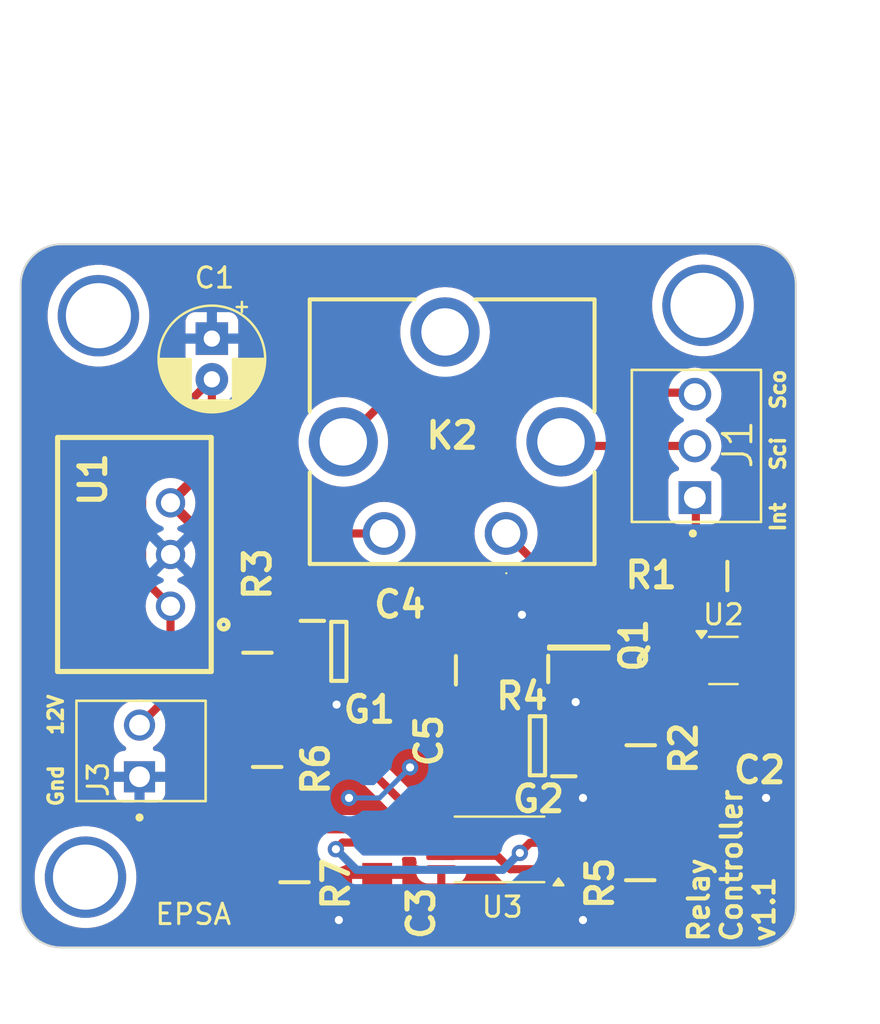
<source format=kicad_pcb>
(kicad_pcb (version 20240108) (generator "pcbnew") (generator_version "8.0")
  (layers (0 "F.Cu" signal) (31 "B.Cu" signal) (34 "B.Paste" user) (35 "F.Paste" user) (36 "B.SilkS" user "B.Silkscreen") (37 "F.SilkS" user "F.Silkscreen") (38 "B.Mask" user) (39 "F.Mask" user) (44 "Edge.Cuts" user))
  (net 0 "")
  (net 1 "GND")
  (net 2 "+12V")
  (net 3 "+5V")
  (net 4 "/SCS_Compliance")
  (net 5 "Net-(G1-Pad4)")
  (net 6 "Net-(G1-Pad1)")
  (net 7 "/SC in")
  (net 8 "/SC out")
  (net 10 "Net-(K2-Pad1)")
  (net 11 "/Relay_Closed")
  (net 12 "/Raw_Relay_Closed")
  (net 13 "/0.75V")
  (net 14 "/4.25V")
  (net 15 "Net-(Q1-Pad1)")
  (footprint "EPSA_lib:RESC3216X70N" (layer "F.Cu") (at 184.598 67.099)
    (property "Reference" "R1" (at -3.75 -0.043 0) (layer "F.SilkS") (effects (font (size 1.27 1.27) (thickness 0.254))))
    (property "Value" "500k" (hide yes))
    (fp_line (start 0 -0.7) (end 0 0.7) (stroke (width 0.2)) (layer "F.SilkS"))
    (pad "1" smd rect (at -1.55 0) (size 1.05 1.8) (layers "F.Cu" "F.Paste" "F.Mask") (net 12 "/Raw_Relay_Closed"))
    (pad "2" smd rect (at 1.55 0) (size 1.05 1.8) (layers "F.Cu" "F.Paste" "F.Mask") (net 1 "GND"))
  )
  (footprint "EPSA_lib:CP112V" (layer "F.Cu") (at 173.7195 65.0065 180)
    (property "Reference" "K2" (at 2.65 4.808 180) (layer "F.SilkS") (effects (font (size 1.27 1.27) (thickness 0.254))))
    (property "Value" "Relais PCB" (hide yes))
    (fp_line (start 9.65 11.5) (end 9.65 6) (stroke (width 0.2)) (layer "F.SilkS"))
    (fp_line (start 9.65 -1.5) (end 9.65 3) (stroke (width 0.2)) (layer "F.SilkS"))
    (fp_line (start 9.5 11.5) (end 9.65 11.5) (stroke (width 0.2)) (layer "F.SilkS"))
    (fp_line (start 4.5 11.5) (end 9.5 11.5) (stroke (width 0.2)) (layer "F.SilkS"))
    (fp_line (start 0.014 -1.956) (end 0.014 -1.956) (stroke (width 0.053)) (layer "F.SilkS"))
    (fp_line (start -0.039 -1.956) (end -0.039 -1.956) (stroke (width 0.053)) (layer "F.SilkS"))
    (fp_line (start -4.35 11.5) (end 1.5 11.5) (stroke (width 0.2)) (layer "F.SilkS"))
    (fp_line (start -4.35 6) (end -4.35 11.5) (stroke (width 0.2)) (layer "F.SilkS"))
    (fp_line (start -4.35 3) (end -4.35 -1.5) (stroke (width 0.2)) (layer "F.SilkS"))
    (fp_line (start -4.35 -1.5) (end 9.65 -1.5) (stroke (width 0.2)) (layer "F.SilkS"))
    (fp_arc (start 0.014 -1.955) (mid -0.013 -1.929) (end -0.039 -1.956) (stroke (width 0.053)) (layer "F.SilkS"))
    (fp_arc (start -0.039 -1.955) (mid -0.013 -1.982) (end 0.014 -1.956) (stroke (width 0.053)) (layer "F.SilkS"))
    (pad "1" thru_hole circle (at 0 0 180) (size 2.1 2.1) (drill 1.4) (layers "*.Cu" "*.Mask") (net 10 "Net-(K2-Pad1)"))
    (pad "2" thru_hole circle (at -2.7 4.5 180) (size 3.4 3.4) (drill 2.33) (layers "*.Cu" "*.Mask") (net 7 "/SC in"))
    (pad "3" thru_hole circle (at 3 9.9 180) (size 3.4 3.4) (drill 2.33) (layers "*.Cu" "*.Mask"))
    (pad "4" thru_hole circle (at 8 4.5 180) (size 3.4 3.4) (drill 2.33) (layers "*.Cu" "*.Mask") (net 8 "/SC out"))
    (pad "5" thru_hole circle (at 6 0 180) (size 2.1 2.1) (drill 1.4) (layers "*.Cu" "*.Mask") (net 2 "+12V"))
  )
  (footprint "EPSA_lib:CAPC2012X130N" (layer "F.Cu") (at 171.704 75.692 -90)
    (property "Reference" "C5" (at -0.508 1.778 90) (layer "F.SilkS") (effects (font (size 1.27 1.27) (thickness 0.254))))
    (property "Value" "10n" (hide yes))
    (pad "1" smd rect (at -0.82 0 270) (size 1.07 1.47) (layers "F.Cu" "F.Paste" "F.Mask") (net 1 "GND"))
    (pad "2" smd rect (at 0.82 0 270) (size 1.07 1.47) (layers "F.Cu" "F.Paste" "F.Mask") (net 3 "+5V"))
  )
  (footprint "Package_SO:TSSOP-8_4.4x3mm_P0.65mm" (layer "F.Cu") (at 173.3981 80.5278 180)
    (property "Reference" "U3" (at -0.1347 -2.835 180) (layer "F.SilkS"))
    (property "Value" "Opamp_Dual")
    (fp_line (start 0 1.61) (end 2.2 1.61) (stroke (width 0.12)) (layer "F.SilkS"))
    (fp_line (start 0 1.61) (end -2.2 1.61) (stroke (width 0.12)) (layer "F.SilkS"))
    (fp_line (start 0 -1.61) (end 2.2 -1.61) (stroke (width 0.12)) (layer "F.SilkS"))
    (fp_line (start 0 -1.61) (end -2.2 -1.61) (stroke (width 0.12)) (layer "F.SilkS"))
    (fp_poly (pts (xy -2.9 -1.435) (xy -3.14 -1.765) (xy -2.66 -1.765) (xy -2.9 -1.435)) (stroke (width 0.12)) (fill solid) (layer "F.SilkS"))
    (pad "1" smd roundrect (at -2.8625 -0.975 180) (size 1.475 0.4) (layers "F.Cu" "F.Paste" "F.Mask") (net 4 "/SCS_Compliance"))
    (pad "2" smd roundrect (at -2.8625 -0.325 180) (size 1.475 0.4) (layers "F.Cu" "F.Paste" "F.Mask") (net 13 "/0.75V"))
    (pad "3" smd roundrect (at -2.8625 0.325 180) (size 1.475 0.4) (layers "F.Cu" "F.Paste" "F.Mask") (net 11 "/Relay_Closed"))
    (pad "4" smd roundrect (at -2.8625 0.975 180) (size 1.475 0.4) (layers "F.Cu" "F.Paste" "F.Mask") (net 1 "GND"))
    (pad "5" smd roundrect (at 2.8625 0.975 180) (size 1.475 0.4) (layers "F.Cu" "F.Paste" "F.Mask") (net 14 "/4.25V"))
    (pad "6" smd roundrect (at 2.8625 0.325 180) (size 1.475 0.4) (layers "F.Cu" "F.Paste" "F.Mask") (net 11 "/Relay_Closed"))
    (pad "7" smd roundrect (at 2.8625 -0.325 180) (size 1.475 0.4) (layers "F.Cu" "F.Paste" "F.Mask") (net 4 "/SCS_Compliance"))
    (pad "8" smd roundrect (at 2.8625 -0.975 180) (size 1.475 0.4) (layers "F.Cu" "F.Paste" "F.Mask") (net 3 "+5V"))
  )
  (footprint "EPSA_lib:SOT95P280X145-5N" (layer "F.Cu") (at 175.26 75.438 180)
    (property "Reference" "G2" (at -0.0508 -2.6162 180) (layer "F.SilkS") (effects (font (size 1.27 1.27) (thickness 0.254))))
    (property "Value" "Gate NAND SN74AHCT1G00DBVR" (hide yes))
    (fp_line (start 0.375 1.45) (end -0.375 1.45) (stroke (width 0.2)) (layer "F.SilkS"))
    (fp_line (start 0.375 -1.45) (end 0.375 1.45) (stroke (width 0.2)) (layer "F.SilkS"))
    (fp_line (start -0.375 1.45) (end -0.375 -1.45) (stroke (width 0.2)) (layer "F.SilkS"))
    (fp_line (start -0.375 -1.45) (end 0.375 -1.45) (stroke (width 0.2)) (layer "F.SilkS"))
    (fp_line (start -1.875 -1.5) (end -0.725 -1.5) (stroke (width 0.2)) (layer "F.SilkS"))
    (pad "1" smd rect (at -1.3 -0.95 270) (size 0.6 1.15) (layers "F.Cu" "F.Paste" "F.Mask") (net 11 "/Relay_Closed"))
    (pad "2" smd rect (at -1.3 0 270) (size 0.6 1.15) (layers "F.Cu" "F.Paste" "F.Mask") (net 11 "/Relay_Closed"))
    (pad "3" smd rect (at -1.3 0.95 270) (size 0.6 1.15) (layers "F.Cu" "F.Paste" "F.Mask") (net 1 "GND"))
    (pad "4" smd rect (at 1.3 0.95 270) (size 0.6 1.15) (layers "F.Cu" "F.Paste" "F.Mask") (net 6 "Net-(G1-Pad1)"))
    (pad "5" smd rect (at 1.3 -0.95 270) (size 0.6 1.15) (layers "F.Cu" "F.Paste" "F.Mask") (net 3 "+5V"))
  )
  (footprint "EPSA_lib:RESC3216X70N" (layer "F.Cu") (at 161.9758 76.4794 90)
    (property "Reference" "R6" (at -0.1016 2.3876 -90) (layer "F.SilkS") (effects (font (size 1.27 1.27) (thickness 0.254))))
    (property "Value" "12k" (hide yes))
    (fp_line (start 0 -0.7) (end 0 0.7) (stroke (width 0.2)) (layer "F.SilkS"))
    (pad "1" smd rect (at -1.55 0 90) (size 1.05 1.8) (layers "F.Cu" "F.Paste" "F.Mask") (net 14 "/4.25V"))
    (pad "2" smd rect (at 1.55 0 90) (size 1.05 1.8) (layers "F.Cu" "F.Paste" "F.Mask") (net 3 "+5V"))
  )
  (footprint "EPSA_lib:RESC3216X70N" (layer "F.Cu") (at 180.34 75.412 90)
    (property "Reference" "R2" (at -0.153 2.1082 -90) (layer "F.SilkS") (effects (font (size 1.27 1.27) (thickness 0.254))))
    (property "Value" "82k" (hide yes))
    (fp_line (start 0 -0.7) (end 0 0.7) (stroke (width 0.2)) (layer "F.SilkS"))
    (pad "1" smd rect (at -1.55 0 90) (size 1.05 1.8) (layers "F.Cu" "F.Paste" "F.Mask") (net 13 "/0.75V"))
    (pad "2" smd rect (at 1.55 0 90) (size 1.05 1.8) (layers "F.Cu" "F.Paste" "F.Mask") (net 3 "+5V"))
  )
  (footprint "EPSA_lib:SOT95P237X112-3N" (layer "F.Cu") (at 177.292 70.612 90)
    (property "Reference" "Q1" (at 0.112 2.708 -90) (layer "F.SilkS") (effects (font (size 1.27 1.27) (thickness 0.254))))
    (property "Value" "NMOS SQ2348ES-T1_GE3" (hide yes))
    (fp_line (start -1.7 -1.5) (end -0.4 -1.5) (stroke (width 0.2)) (layer "F.SilkS"))
    (fp_line (start 0.05 -1.46) (end 0.05 1.46) (stroke (width 0.2)) (layer "F.SilkS"))
    (fp_line (start -0.05 -1.46) (end 0.05 -1.46) (stroke (width 0.2)) (layer "F.SilkS"))
    (fp_line (start 0.05 1.46) (end -0.05 1.46) (stroke (width 0.2)) (layer "F.SilkS"))
    (fp_line (start -0.05 1.46) (end -0.05 -1.46) (stroke (width 0.2)) (layer "F.SilkS"))
    (pad "1" smd rect (at -1.05 -0.95 180) (size 0.6 1.3) (layers "F.Cu" "F.Paste" "F.Mask") (net 15 "Net-(Q1-Pad1)"))
    (pad "2" smd rect (at -1.05 0.95 180) (size 0.6 1.3) (layers "F.Cu" "F.Paste" "F.Mask") (net 1 "GND"))
    (pad "3" smd rect (at 1.05 0 180) (size 0.6 1.3) (layers "F.Cu" "F.Paste" "F.Mask") (net 10 "Net-(K2-Pad1)"))
  )
  (footprint "" (layer "F.Cu") (at 153.682 54.308)
    (property "Reference" "" (at 0 0 0) (layer "F.SilkS") (effects (font (size 1.27 1.27))))
    (property "Value" "")
    (pad "1" thru_hole circle (at 0 0) (size 4 4) (drill 3.2) (layers "*.Cu" "*.Mask"))
  )
  (footprint "EPSA_lib:CAPC2012X130N" (layer "F.Cu") (at 185.548 74.6252 180)
    (property "Reference" "C2" (at -0.634 -2.0066 180) (layer "F.SilkS") (effects (font (size 1.27 1.27) (thickness 0.254))))
    (property "Value" "10n" (hide yes))
    (pad "1" smd rect (at -0.82 0 180) (size 1.07 1.47) (layers "F.Cu" "F.Paste" "F.Mask") (net 1 "GND"))
    (pad "2" smd rect (at 0.82 0 180) (size 1.07 1.47) (layers "F.Cu" "F.Paste" "F.Mask") (net 3 "+5V"))
  )
  (footprint "EPSA_lib:MOLEX_22-11-2032" (layer "F.Cu") (at 183 63.246 90)
    (property "Reference" "J1" (at 2.6162 2.112 -90) (layer "F.SilkS") (effects (font (size 1.4 1.4))))
    (property "Value" "3P Droit 22-11-2032")
    (fp_line (start 6.275 -3.1) (end -1.195 -3.1) (stroke (width 0.127)) (layer "F.SilkS"))
    (fp_line (start -1.195 -3.1) (end -1.195 3.25) (stroke (width 0.127)) (layer "F.SilkS"))
    (fp_line (start 6.275 3.25) (end 6.275 -3.1) (stroke (width 0.127)) (layer "F.SilkS"))
    (fp_line (start -1.195 3.25) (end 6.275 3.25) (stroke (width 0.127)) (layer "F.SilkS"))
    (fp_circle (center -1.76 -0.1) (end -1.66 -0.1) (stroke (width 0.2)) (fill none) (layer "F.SilkS"))
    (pad "1" thru_hole rect (at 0 0 90) (size 1.61 1.61) (drill 1.07) (layers "*.Cu" "*.Mask") (net 12 "/Raw_Relay_Closed"))
    (pad "2" thru_hole circle (at 2.54 0 90) (size 1.61 1.61) (drill 1.07) (layers "*.Cu" "*.Mask") (net 7 "/SC in"))
    (pad "3" thru_hole circle (at 5.08 0 90) (size 1.61 1.61) (drill 1.07) (layers "*.Cu" "*.Mask") (net 8 "/SC out"))
  )
  (footprint "EPSA_lib:MOLEX_22-11-2022" (layer "F.Cu") (at 155.702 76.962 90)
    (property "Reference" "J3" (at -0.127 -2.032 -90) (layer "F.SilkS"))
    (property "Value" "2P Droit 22-11-2022")
    (fp_line (start 3.735 -3.1) (end 3.735 3.25) (stroke (width 0.127)) (layer "F.SilkS"))
    (fp_line (start -1.195 -3.1) (end 3.735 -3.1) (stroke (width 0.127)) (layer "F.SilkS"))
    (fp_line (start 3.735 3.25) (end -1.195 3.25) (stroke (width 0.127)) (layer "F.SilkS"))
    (fp_line (start -1.195 3.25) (end -1.195 -3.1) (stroke (width 0.127)) (layer "F.SilkS"))
    (fp_circle (center -2 0) (end -1.9 0) (stroke (width 0.2)) (fill none) (layer "F.SilkS"))
    (pad "1" thru_hole rect (at 0 0 90) (size 1.53 1.53) (drill 1.02) (layers "*.Cu" "*.Mask") (net 1 "GND"))
    (pad "2" thru_hole circle (at 2.54 0 90) (size 1.53 1.53) (drill 1.02) (layers "*.Cu" "*.Mask") (net 2 "+12V"))
  )
  (footprint "EPSA_lib:CAPC2012X130N" (layer "F.Cu") (at 167.386 82.55 90)
    (property "Reference" "C3" (at -1.1176 2.159 -90) (layer "F.SilkS") (effects (font (size 1.27 1.27) (thickness 0.254))))
    (property "Value" "10n" (hide yes))
    (pad "1" smd rect (at -0.82 0 90) (size 1.07 1.47) (layers "F.Cu" "F.Paste" "F.Mask") (net 1 "GND"))
    (pad "2" smd rect (at 0.82 0 90) (size 1.07 1.47) (layers "F.Cu" "F.Paste" "F.Mask") (net 3 "+5V"))
  )
  (footprint "" (layer "F.Cu") (at 183.4 53.8)
    (property "Reference" "" (at 0 0 0) (layer "F.SilkS") (effects (font (size 1.27 1.27))))
    (property "Value" "")
    (pad "1" thru_hole circle (at 0 0) (size 4 4) (drill 3.2) (layers "*.Cu" "*.Mask"))
  )
  (footprint "" (layer "F.Cu") (at 153.047 81.8924)
    (property "Reference" "" (at 0 0 0) (layer "F.SilkS") (effects (font (size 1.27 1.27))))
    (property "Value" "")
    (pad "1" thru_hole circle (at 0 0) (size 4 4) (drill 3.2) (layers "*.Cu" "*.Mask"))
  )
  (footprint "EPSA_lib:CAPC2012X130N" (layer "F.Cu") (at 171.32 69 180)
    (property "Reference" "C4" (at 2.82 0.5 180) (layer "F.SilkS") (effects (font (size 1.27 1.27) (thickness 0.254))))
    (property "Value" "10n" (hide yes))
    (pad "1" smd rect (at -0.82 0 180) (size 1.07 1.47) (layers "F.Cu" "F.Paste" "F.Mask") (net 1 "GND"))
    (pad "2" smd rect (at 0.82 0 180) (size 1.07 1.47) (layers "F.Cu" "F.Paste" "F.Mask") (net 3 "+5V"))
  )
  (footprint "EPSA_lib:SOT95P280X145-5N" (layer "F.Cu") (at 165.5 70.8)
    (property "Reference" "G1" (at 1.5 2.86 0) (layer "F.SilkS") (effects (font (size 1.27 1.27) (thickness 0.254))))
    (property "Value" "Gate AND SN74AHCT1G08DBVR" (hide yes))
    (fp_line (start -1.875 -1.5) (end -0.725 -1.5) (stroke (width 0.2)) (layer "F.SilkS"))
    (fp_line (start -0.375 -1.45) (end 0.375 -1.45) (stroke (width 0.2)) (layer "F.SilkS"))
    (fp_line (start -0.375 1.45) (end -0.375 -1.45) (stroke (width 0.2)) (layer "F.SilkS"))
    (fp_line (start 0.375 -1.45) (end 0.375 1.45) (stroke (width 0.2)) (layer "F.SilkS"))
    (fp_line (start 0.375 1.45) (end -0.375 1.45) (stroke (width 0.2)) (layer "F.SilkS"))
    (pad "1" smd rect (at -1.3 -0.95 90) (size 0.6 1.15) (layers "F.Cu" "F.Paste" "F.Mask") (net 6 "Net-(G1-Pad1)"))
    (pad "2" smd rect (at -1.3 0 90) (size 0.6 1.15) (layers "F.Cu" "F.Paste" "F.Mask") (net 4 "/SCS_Compliance"))
    (pad "3" smd rect (at -1.3 0.95 90) (size 0.6 1.15) (layers "F.Cu" "F.Paste" "F.Mask") (net 1 "GND"))
    (pad "4" smd rect (at 1.3 0.95 90) (size 0.6 1.15) (layers "F.Cu" "F.Paste" "F.Mask") (net 5 "Net-(G1-Pad4)"))
    (pad "5" smd rect (at 1.3 -0.95 90) (size 0.6 1.15) (layers "F.Cu" "F.Paste" "F.Mask") (net 3 "+5V"))
  )
  (footprint "EPSA_lib:RESC3216X70N" (layer "F.Cu") (at 171.253732 71.726311)
    (property "Reference" "R4" (at 3.246268 1.273689 0) (layer "F.SilkS") (effects (font (size 1.27 1.27) (thickness 0.254))))
    (property "Value" "1k" (hide yes))
    (fp_line (start 0 -0.7) (end 0 0.7) (stroke (width 0.2)) (layer "F.SilkS"))
    (pad "1" smd rect (at -1.55 0) (size 1.05 1.8) (layers "F.Cu" "F.Paste" "F.Mask") (net 5 "Net-(G1-Pad4)"))
    (pad "2" smd rect (at 1.55 0) (size 1.05 1.8) (layers "F.Cu" "F.Paste" "F.Mask") (net 15 "Net-(Q1-Pad1)"))
  )
  (footprint "EPSA_lib:RESC3216X70N" (layer "F.Cu") (at 180.314 82.042 90)
    (property "Reference" "R5" (at -0.1524 -1.9806 -90) (layer "F.SilkS") (effects (font (size 1.27 1.27) (thickness 0.254))))
    (property "Value" "12k" (hide yes))
    (fp_line (start 0 -0.7) (end 0 0.7) (stroke (width 0.2)) (layer "F.SilkS"))
    (pad "1" smd rect (at -1.55 0 90) (size 1.05 1.8) (layers "F.Cu" "F.Paste" "F.Mask") (net 1 "GND"))
    (pad "2" smd rect (at 1.55 0 90) (size 1.05 1.8) (layers "F.Cu" "F.Paste" "F.Mask") (net 13 "/0.75V"))
  )
  (footprint "EPSA_lib:RESC3216X70N" (layer "F.Cu") (at 163.322 82.1436 90)
    (property "Reference" "R7" (at -0.0762 2.032 -90) (layer "F.SilkS") (effects (font (size 1.27 1.27) (thickness 0.254))))
    (property "Value" "82k" (hide yes))
    (fp_line (start 0 -0.7) (end 0 0.7) (stroke (width 0.2)) (layer "F.SilkS"))
    (pad "1" smd rect (at -1.55 0 90) (size 1.05 1.8) (layers "F.Cu" "F.Paste" "F.Mask") (net 1 "GND"))
    (pad "2" smd rect (at 1.55 0 90) (size 1.05 1.8) (layers "F.Cu" "F.Paste" "F.Mask") (net 14 "/4.25V"))
  )
  (footprint "EPSA_lib:TSR-0.5-2433" (layer "F.Cu") (at 159.226 71.79 90)
    (property "Reference" "U1" (at 9.433 -5.81 -90) (layer "F.SilkS") (effects (font (size 1.27 1.27) (thickness 0.254))))
    (property "Value" "Alim LP TSR_0.5-2450" (hide yes))
    (fp_line (start 11.5 -7.55) (end 0 -7.55) (stroke (width 0.254)) (layer "F.SilkS"))
    (fp_line (start 0 -7.55) (end 0 0) (stroke (width 0.254)) (layer "F.SilkS"))
    (fp_line (start 11.5 0) (end 11.5 -7.55) (stroke (width 0.254)) (layer "F.SilkS"))
    (fp_line (start 0 0) (end 11.5 0) (stroke (width 0.254)) (layer "F.SilkS"))
    (fp_circle (center 2.306 0.613) (end 2.306 0.702) (stroke (width 0.254)) (fill none) (layer "F.SilkS"))
    (pad "1" thru_hole circle (at 3.21 -2 90) (size 1.44 1.44) (drill 0.94) (layers "*.Cu" "*.Mask") (net 2 "+12V"))
    (pad "2" thru_hole circle (at 5.75 -2 90) (size 1.44 1.44) (drill 0.94) (layers "*.Cu" "*.Mask") (net 1 "GND"))
    (pad "3" thru_hole circle (at 8.29 -2 90) (size 1.44 1.44) (drill 0.94) (layers "*.Cu" "*.Mask") (net 3 "+5V"))
  )
  (footprint "EPSA_lib:RESC3216X70N" (layer "F.Cu") (at 161.5 70.866 -90)
    (property "Reference" "R3" (at -3.866 0 90) (layer "F.SilkS") (effects (font (size 1.27 1.27) (thickness 0.254))))
    (property "Value" "10k" (hide yes))
    (fp_line (start 0 -0.7) (end 0 0.7) (stroke (width 0.2)) (layer "F.SilkS"))
    (pad "1" smd rect (at -1.55 0 270) (size 1.05 1.8) (layers "F.Cu" "F.Paste" "F.Mask") (net 3 "+5V"))
    (pad "2" smd rect (at 1.55 0 270) (size 1.05 1.8) (layers "F.Cu" "F.Paste" "F.Mask") (net 4 "/SCS_Compliance"))
  )
  (footprint "Package_TO_SOT_SMD:SOT-353_SC-70-5_Handsoldering" (layer "F.Cu") (at 184.404 71.247)
    (property "Reference" "U2" (at 0 -2.25 0) (layer "F.SilkS"))
    (property "Value" "~")
    (fp_line (start -0.71 -1.16) (end 0.7 -1.16) (stroke (width 0.12)) (layer "F.SilkS"))
    (fp_line (start -0.7 1.16) (end 0.7 1.16) (stroke (width 0.12)) (layer "F.SilkS"))
    (fp_poly (pts (xy -1.08 -1.11) (xy -1.32 -1.44) (xy -0.84 -1.44) (xy -1.08 -1.11)) (stroke (width 0.12)) (fill solid) (layer "F.SilkS"))
    (pad "1" smd roundrect (at -1.33 -0.65) (size 1.5 0.4) (layers "F.Cu" "F.Paste" "F.Mask") (net 12 "/Raw_Relay_Closed"))
    (pad "2" smd roundrect (at -1.33 0) (size 1.5 0.4) (layers "F.Cu" "F.Paste" "F.Mask") (net 1 "GND"))
    (pad "3" smd roundrect (at -1.33 0.65) (size 1.5 0.4) (layers "F.Cu" "F.Paste" "F.Mask") (net 11 "/Relay_Closed"))
    (pad "4" smd roundrect (at 1.33 0.65) (size 1.5 0.4) (layers "F.Cu" "F.Paste" "F.Mask") (net 11 "/Relay_Closed"))
    (pad "5" smd roundrect (at 1.33 -0.65) (size 1.5 0.4) (layers "F.Cu" "F.Paste" "F.Mask") (net 3 "+5V"))
  )
  (footprint "Capacitor_THT:CP_Radial_D5.0mm_P2.00mm" (layer "F.Cu") (at 159.258 55.432888 -90)
    (property "Reference" "C1" (at -2.981888 -0.127002 180) (layer "F.SilkS"))
    (property "Value" "C")
    (fp_line (start 1 1.04) (end 1 2.58) (stroke (width 0.12)) (layer "F.SilkS"))
    (fp_line (start 1.04 1.04) (end 1.04 2.58) (stroke (width 0.12)) (layer "F.SilkS"))
    (fp_line (start 1.08 1.04) (end 1.08 2.579) (stroke (width 0.12)) (layer "F.SilkS"))
    (fp_line (start 1.12 1.04) (end 1.12 2.578) (stroke (width 0.12)) (layer "F.SilkS"))
    (fp_line (start 1.16 1.04) (end 1.16 2.576) (stroke (width 0.12)) (layer "F.SilkS"))
    (fp_line (start 1.2 1.04) (end 1.2 2.573) (stroke (width 0.12)) (layer "F.SilkS"))
    (fp_line (start 1.24 1.04) (end 1.24 2.569) (stroke (width 0.12)) (layer "F.SilkS"))
    (fp_line (start 1.28 1.04) (end 1.28 2.565) (stroke (width 0.12)) (layer "F.SilkS"))
    (fp_line (start 1.32 1.04) (end 1.32 2.561) (stroke (width 0.12)) (layer "F.SilkS"))
    (fp_line (start 1.36 1.04) (end 1.36 2.556) (stroke (width 0.12)) (layer "F.SilkS"))
    (fp_line (start 1.4 1.04) (end 1.4 2.55) (stroke (width 0.12)) (layer "F.SilkS"))
    (fp_line (start 1.44 1.04) (end 1.44 2.543) (stroke (width 0.12)) (layer "F.SilkS"))
    (fp_line (start 1.48 1.04) (end 1.48 2.536) (stroke (width 0.12)) (layer "F.SilkS"))
    (fp_line (start 1.52 1.04) (end 1.52 2.528) (stroke (width 0.12)) (layer "F.SilkS"))
    (fp_line (start 1.56 1.04) (end 1.56 2.52) (stroke (width 0.12)) (layer "F.SilkS"))
    (fp_line (start 1.6 1.04) (end 1.6 2.511) (stroke (width 0.12)) (layer "F.SilkS"))
    (fp_line (start 1.64 1.04) (end 1.64 2.501) (stroke (width 0.12)) (layer "F.SilkS"))
    (fp_line (start 1.68 1.04) (end 1.68 2.491) (stroke (width 0.12)) (layer "F.SilkS"))
    (fp_line (start 1.721 1.04) (end 1.721 2.48) (stroke (width 0.12)) (layer "F.SilkS"))
    (fp_line (start 1.761 1.04) (end 1.761 2.468) (stroke (width 0.12)) (layer "F.SilkS"))
    (fp_line (start 1.801 1.04) (end 1.801 2.455) (stroke (width 0.12)) (layer "F.SilkS"))
    (fp_line (start 1.841 1.04) (end 1.841 2.442) (stroke (width 0.12)) (layer "F.SilkS"))
    (fp_line (start 1.881 1.04) (end 1.881 2.428) (stroke (width 0.12)) (layer "F.SilkS"))
    (fp_line (start 1.921 1.04) (end 1.921 2.414) (stroke (width 0.12)) (layer "F.SilkS"))
    (fp_line (start 1.961 1.04) (end 1.961 2.398) (stroke (width 0.12)) (layer "F.SilkS"))
    (fp_line (start 2.001 1.04) (end 2.001 2.382) (stroke (width 0.12)) (layer "F.SilkS"))
    (fp_line (start 2.041 1.04) (end 2.041 2.365) (stroke (width 0.12)) (layer "F.SilkS"))
    (fp_line (start 2.081 1.04) (end 2.081 2.348) (stroke (width 0.12)) (layer "F.SilkS"))
    (fp_line (start 2.121 1.04) (end 2.121 2.329) (stroke (width 0.12)) (layer "F.SilkS"))
    (fp_line (start 2.161 1.04) (end 2.161 2.31) (stroke (width 0.12)) (layer "F.SilkS"))
    (fp_line (start 2.201 1.04) (end 2.201 2.29) (stroke (width 0.12)) (layer "F.SilkS"))
    (fp_line (start 2.241 1.04) (end 2.241 2.268) (stroke (width 0.12)) (layer "F.SilkS"))
    (fp_line (start 2.281 1.04) (end 2.281 2.247) (stroke (width 0.12)) (layer "F.SilkS"))
    (fp_line (start 2.321 1.04) (end 2.321 2.224) (stroke (width 0.12)) (layer "F.SilkS"))
    (fp_line (start 2.361 1.04) (end 2.361 2.2) (stroke (width 0.12)) (layer "F.SilkS"))
    (fp_line (start 2.401 1.04) (end 2.401 2.175) (stroke (width 0.12)) (layer "F.SilkS"))
    (fp_line (start 2.441 1.04) (end 2.441 2.149) (stroke (width 0.12)) (layer "F.SilkS"))
    (fp_line (start 2.481 1.04) (end 2.481 2.122) (stroke (width 0.12)) (layer "F.SilkS"))
    (fp_line (start 2.521 1.04) (end 2.521 2.095) (stroke (width 0.12)) (layer "F.SilkS"))
    (fp_line (start 2.561 1.04) (end 2.561 2.065) (stroke (width 0.12)) (layer "F.SilkS"))
    (fp_line (start 2.601 1.04) (end 2.601 2.035) (stroke (width 0.12)) (layer "F.SilkS"))
    (fp_line (start 2.641 1.04) (end 2.641 2.004) (stroke (width 0.12)) (layer "F.SilkS"))
    (fp_line (start 2.681 1.04) (end 2.681 1.971) (stroke (width 0.12)) (layer "F.SilkS"))
    (fp_line (start 2.721 1.04) (end 2.721 1.937) (stroke (width 0.12)) (layer "F.SilkS"))
    (fp_line (start 2.761 1.04) (end 2.761 1.901) (stroke (width 0.12)) (layer "F.SilkS"))
    (fp_line (start 2.801 1.04) (end 2.801 1.864) (stroke (width 0.12)) (layer "F.SilkS"))
    (fp_line (start 2.841 1.04) (end 2.841 1.826) (stroke (width 0.12)) (layer "F.SilkS"))
    (fp_line (start 2.881 1.04) (end 2.881 1.785) (stroke (width 0.12)) (layer "F.SilkS"))
    (fp_line (start 2.921 1.04) (end 2.921 1.743) (stroke (width 0.12)) (layer "F.SilkS"))
    (fp_line (start 2.961 1.04) (end 2.961 1.699) (stroke (width 0.12)) (layer "F.SilkS"))
    (fp_line (start 3.001 1.04) (end 3.001 1.653) (stroke (width 0.12)) (layer "F.SilkS"))
    (fp_line (start 3.601 -0.284) (end 3.601 0.284) (stroke (width 0.12)) (layer "F.SilkS"))
    (fp_line (start 3.561 -0.518) (end 3.561 0.518) (stroke (width 0.12)) (layer "F.SilkS"))
    (fp_line (start 3.521 -0.677) (end 3.521 0.677) (stroke (width 0.12)) (layer "F.SilkS"))
    (fp_line (start 3.481 -0.805) (end 3.481 0.805) (stroke (width 0.12)) (layer "F.SilkS"))
    (fp_line (start 3.441 -0.915) (end 3.441 0.915) (stroke (width 0.12)) (layer "F.SilkS"))
    (fp_line (start 3.401 -1.011) (end 3.401 1.011) (stroke (width 0.12)) (layer "F.SilkS"))
    (fp_line (start 3.361 -1.098) (end 3.361 1.098) (stroke (width 0.12)) (layer "F.SilkS"))
    (fp_line (start 3.321 -1.178) (end 3.321 1.178) (stroke (width 0.12)) (layer "F.SilkS"))
    (fp_line (start 3.281 -1.251) (end 3.281 1.251) (stroke (width 0.12)) (layer "F.SilkS"))
    (fp_line (start 3.241 -1.319) (end 3.241 1.319) (stroke (width 0.12)) (layer "F.SilkS"))
    (fp_line (start 3.201 -1.383) (end 3.201 1.383) (stroke (width 0.12)) (layer "F.SilkS"))
    (fp_line (start 3.161 -1.443) (end 3.161 1.443) (stroke (width 0.12)) (layer "F.SilkS"))
    (fp_line (start -1.804775 -1.475) (end -1.304775 -1.475) (stroke (width 0.12)) (layer "F.SilkS"))
    (fp_line (start 3.121 -1.5) (end 3.121 1.5) (stroke (width 0.12)) (layer "F.SilkS"))
    (fp_line (start 3.081 -1.554) (end 3.081 1.554) (stroke (width 0.12)) (layer "F.SilkS"))
    (fp_line (start 3.041 -1.605) (end 3.041 1.605) (stroke (width 0.12)) (layer "F.SilkS"))
    (fp_line (start 3.001 -1.653) (end 3.001 -1.04) (stroke (width 0.12)) (layer "F.SilkS"))
    (fp_line (start 2.961 -1.699) (end 2.961 -1.04) (stroke (width 0.12)) (layer "F.SilkS"))
    (fp_line (start -1.554775 -1.725) (end -1.554775 -1.225) (stroke (width 0.12)) (layer "F.SilkS"))
    (fp_line (start 2.921 -1.743) (end 2.921 -1.04) (stroke (width 0.12)) (layer "F.SilkS"))
    (fp_line (start 2.881 -1.785) (end 2.881 -1.04) (stroke (width 0.12)) (layer "F.SilkS"))
    (fp_line (start 2.841 -1.826) (end 2.841 -1.04) (stroke (width 0.12)) (layer "F.SilkS"))
    (fp_line (start 2.801 -1.864) (end 2.801 -1.04) (stroke (width 0.12)) (layer "F.SilkS"))
    (fp_line (start 2.761 -1.901) (end 2.761 -1.04) (stroke (width 0.12)) (layer "F.SilkS"))
    (fp_line (start 2.721 -1.937) (end 2.721 -1.04) (stroke (width 0.12)) (layer "F.SilkS"))
    (fp_line (start 2.681 -1.971) (end 2.681 -1.04) (stroke (width 0.12)) (layer "F.SilkS"))
    (fp_line (start 2.641 -2.004) (end 2.641 -1.04) (stroke (width 0.12)) (layer "F.SilkS"))
    (fp_line (start 2.601 -2.035) (end 2.601 -1.04) (stroke (width 0.12)) (layer "F.SilkS"))
    (fp_line (start 2.561 -2.065) (end 2.561 -1.04) (stroke (width 0.12)) (layer "F.SilkS"))
    (fp_line (start 2.521 -2.095) (end 2.521 -1.04) (stroke (width 0.12)) (layer "F.SilkS"))
    (fp_line (start 2.481 -2.122) (end 2.481 -1.04) (stroke (width 0.12)) (layer "F.SilkS"))
    (fp_line (start 2.441 -2.149) (end 2.441 -1.04) (stroke (width 0.12)) (layer "F.SilkS"))
    (fp_line (start 2.401 -2.175) (end 2.401 -1.04) (stroke (width 0.12)) (layer "F.SilkS"))
    (fp_line (start 2.361 -2.2) (end 2.361 -1.04) (stroke (width 0.12)) (layer "F.SilkS"))
    (fp_line (start 2.321 -2.224) (end 2.321 -1.04) (stroke (width 0.12)) (layer "F.SilkS"))
    (fp_line (start 2.281 -2.247) (end 2.281 -1.04) (stroke (width 0.12)) (layer "F.SilkS"))
    (fp_line (start 2.241 -2.268) (end 2.241 -1.04) (stroke (width 0.12)) (layer "F.SilkS"))
    (fp_line (start 2.201 -2.29) (end 2.201 -1.04) (stroke (width 0.12)) (layer "F.SilkS"))
    (fp_line (start 2.161 -2.31) (end 2.161 -1.04) (stroke (width 0.12)) (layer "F.SilkS"))
    (fp_line (start 2.121 -2.329) (end 2.121 -1.04) (stroke (width 0.12)) (layer "F.SilkS"))
    (fp_line (start 2.081 -2.348) (end 2.081 -1.04) (stroke (width 0.12)) (layer "F.SilkS"))
    (fp_line (start 2.041 -2.365) (end 2.041 -1.04) (stroke (width 0.12)) (layer "F.SilkS"))
    (fp_line (start 2.001 -2.382) (end 2.001 -1.04) (stroke (width 0.12)) (layer "F.SilkS"))
    (fp_line (start 1.961 -2.398) (end 1.961 -1.04) (stroke (width 0.12)) (layer "F.SilkS"))
    (fp_line (start 1.921 -2.414) (end 1.921 -1.04) (stroke (width 0.12)) (layer "F.SilkS"))
    (fp_line (start 1.881 -2.428) (end 1.881 -1.04) (stroke (width 0.12)) (layer "F.SilkS"))
    (fp_line (start 1.841 -2.442) (end 1.841 -1.04) (stroke (width 0.12)) (layer "F.SilkS"))
    (fp_line (start 1.801 -2.455) (end 1.801 -1.04) (stroke (width 0.12)) (layer "F.SilkS"))
    (fp_line (start 1.761 -2.468) (end 1.761 -1.04) (stroke (width 0.12)) (layer "F.SilkS"))
    (fp_line (start 1.721 -2.48) (end 1.721 -1.04) (stroke (width 0.12)) (layer "F.SilkS"))
    (fp_line (start 1.68 -2.491) (end 1.68 -1.04) (stroke (width 0.12)) (layer "F.SilkS"))
    (fp_line (start 1.64 -2.501) (end 1.64 -1.04) (stroke (width 0.12)) (layer "F.SilkS"))
    (fp_line (start 1.6 -2.511) (end 1.6 -1.04) (stroke (width 0.12)) (layer "F.SilkS"))
    (fp_line (start 1.56 -2.52) (end 1.56 -1.04) (stroke (width 0.12)) (layer "F.SilkS"))
    (fp_line (start 1.52 -2.528) (end 1.52 -1.04) (stroke (width 0.12)) (layer "F.SilkS"))
    (fp_line (start 1.48 -2.536) (end 1.48 -1.04) (stroke (width 0.12)) (layer "F.SilkS"))
    (fp_line (start 1.44 -2.543) (end 1.44 -1.04) (stroke (width 0.12)) (layer "F.SilkS"))
    (fp_line (start 1.4 -2.55) (end 1.4 -1.04) (stroke (width 0.12)) (layer "F.SilkS"))
    (fp_line (start 1.36 -2.556) (end 1.36 -1.04) (stroke (width 0.12)) (layer "F.SilkS"))
    (fp_line (start 1.32 -2.561) (end 1.32 -1.04) (stroke (width 0.12)) (layer "F.SilkS"))
    (fp_line (start 1.28 -2.565) (end 1.28 -1.04) (stroke (width 0.12)) (layer "F.SilkS"))
    (fp_line (start 1.24 -2.569) (end 1.24 -1.04) (stroke (width 0.12)) (layer "F.SilkS"))
    (fp_line (start 1.2 -2.573) (end 1.2 -1.04) (stroke (width 0.12)) (layer "F.SilkS"))
    (fp_line (start 1.16 -2.576) (end 1.16 -1.04) (stroke (width 0.12)) (layer "F.SilkS"))
    (fp_line (start 1.12 -2.578) (end 1.12 -1.04) (stroke (width 0.12)) (layer "F.SilkS"))
    (fp_line (start 1.08 -2.579) (end 1.08 -1.04) (stroke (width 0.12)) (layer "F.SilkS"))
    (fp_line (start 1 -2.58) (end 1 -1.04) (stroke (width 0.12)) (layer "F.SilkS"))
    (fp_line (start 1.04 -2.58) (end 1.04 -1.04) (stroke (width 0.12)) (layer "F.SilkS"))
    (fp_circle (center 1 0) (end 3.62 0) (stroke (width 0.12)) (fill none) (layer "F.SilkS"))
    (pad "1" thru_hole rect (at 0 0 270) (size 1.6 1.6) (drill 0.8) (layers "*.Cu" "*.Mask") (net 1 "GND"))
    (pad "2" thru_hole circle (at 2 0 270) (size 1.6 1.6) (drill 0.8) (layers "*.Cu" "*.Mask") (net 2 "+12V"))
  )
  (gr_line (start 149.86 83.344) (end 149.86 52.8) (stroke (width 0.1)) (layer "Edge.Cuts"))
  (gr_arc (start 187.96 83.344) (mid 187.374214 84.758214) (end 185.96 85.344) (stroke (width 0.1)) (layer "Edge.Cuts"))
  (gr_arc (start 149.86 52.8) (mid 150.445786 51.385786) (end 151.86 50.8) (stroke (width 0.1)) (layer "Edge.Cuts"))
  (gr_arc (start 151.86 85.344) (mid 150.445786 84.758214) (end 149.86 83.344) (stroke (width 0.1)) (layer "Edge.Cuts"))
  (gr_line (start 185.96 85.344) (end 151.86 85.344) (stroke (width 0.1)) (layer "Edge.Cuts"))
  (gr_arc (start 185.96 50.8) (mid 187.374214 51.385786) (end 187.96 52.8) (stroke (width 0.1)) (layer "Edge.Cuts"))
  (gr_line (start 151.86 50.8) (end 185.96 50.8) (stroke (width 0.1)) (layer "Edge.Cuts"))
  (gr_line (start 187.96 52.8) (end 187.96 83.344) (stroke (width 0.1)) (layer "Edge.Cuts"))
  (gr_text "Int" (at 187.5 65 90) (layer "F.SilkS") (effects (font (size 0.7 0.7) (thickness 0.175) (bold yes)) (justify left bottom)))
  (gr_text "Sci" (at 187.5 62 90) (layer "F.SilkS") (effects (font (size 0.7 0.7) (thickness 0.175) (bold yes)) (justify left bottom)))
  (gr_text "12V" (at 152 75 90) (layer "F.SilkS") (effects (font (size 0.7 0.7) (thickness 0.175) (bold yes)) (justify left bottom)))
  (gr_text "Gnd" (at 152 78.5 90) (layer "F.SilkS") (effects (font (size 0.7 0.7) (thickness 0.175) (bold yes)) (justify left bottom)))
  (gr_text "Relay\nController\nv1.1" (at 187 85.1662 90) (layer "F.SilkS") (effects (font (size 1 1) (thickness 0.2) (bold yes)) (justify left bottom)))
  (gr_text "EPSA" (at 156.3878 84.3026 0) (layer "F.SilkS") (effects (font (size 1 1)) (justify left bottom)))
  (gr_text "Sco" (at 187.5 59 90) (layer "F.SilkS") (effects (font (size 0.7 0.7) (thickness 0.175) (bold yes)) (justify left bottom)))
  (segment (start 164.2 72.225) (end 164.2 71.75) (width 0.4) (layer "F.Cu") (net 1))
  (segment (start 165.1936 83.6936) (end 163.322 83.6936) (width 0.4) (layer "F.Cu") (net 1))
  (segment (start 180.314 83.592) (end 177.908 83.592) (width 0.4) (layer "F.Cu") (net 1))
  (segment (start 176.56 73.869552) (end 177.139651 73.289901) (width 0.25) (layer "F.Cu") (net 1))
  (segment (start 185.152 68.648) (end 186.148 68.648) (width 0.4) (layer "F.Cu") (net 1))
  (segment (start 184.4 71) (end 184.4 69.4) (width 0.4) (layer "F.Cu") (net 1))
  (segment (start 165.389 73.414) (end 164.2 72.225) (width 0.4) (layer "F.Cu") (net 1))
  (segment (start 184.4 69.4) (end 185.152 68.648) (width 0.4) (layer "F.Cu") (net 1))
  (segment (start 166.13 83.37) (end 167.386 83.37) (width 0.4) (layer "F.Cu") (net 1))
  (segment (start 165.389 73.414) (end 165.389 73.889) (width 0.4) (layer "F.Cu") (net 1))
  (segment (start 187.6 70.1) (end 186.148 68.648) (width 0.4) (layer "F.Cu") (net 1))
  (segment (start 176.56 74.488) (end 176.56 73.869552) (width 0.25) (layer "F.Cu") (net 1))
  (segment (start 177.908 83.592) (end 177.5 84) (width 0.4) (layer "F.Cu") (net 1))
  (segment (start 184.153 71.247) (end 184.4 71) (width 0.4) (layer "F.Cu") (net 1))
  (segment (start 186.368 77.868) (end 186.5 78) (width 0.4) (layer "F.Cu") (net 1))
  (segment (start 178.242 72.758) (end 178.242 71.662) (width 0.25) (layer "F.Cu") (net 1))
  (segment (start 186.368 74.6252) (end 186.368 77.868) (width 0.4) (layer "F.Cu") (net 1))
  (segment (start 177.710099 73.289901) (end 178.242 72.758) (width 0.25) (layer "F.Cu") (net 1))
  (segment (start 172.14 69) (end 174.5 69) (width 0.25) (layer "F.Cu") (net 1))
  (segment (start 165.5 84) (end 165.1936 83.6936) (width 0.4) (layer "F.Cu") (net 1))
  (segment (start 186.368 74.6252) (end 187.1748 74.6252) (width 0.4) (layer "F.Cu") (net 1))
  (segment (start 187.6 74.2) (end 187.6 70.1) (width 0.4) (layer "F.Cu") (net 1))
  (segment (start 187.1748 74.6252) (end 187.6 74.2) (width 0.4) (layer "F.Cu") (net 1))
  (segment (start 166.372 74.872) (end 171.704 74.872) (width 0.4) (layer "F.Cu") (net 1))
  (segment (start 165.5 84) (end 166.13 83.37) (width 0.4) (layer "F.Cu") (net 1))
  (segment (start 167.0624 83.6936) (end 167.386 83.37) (width 0.25) (layer "F.Cu") (net 1))
  (segment (start 176.2606 79.2394) (end 177.5 78) (width 0.25) (layer "F.Cu") (net 1))
  (segment (start 176.2606 79.5528) (end 176.2606 79.2394) (width 0.25) (layer "F.Cu") (net 1))
  (segment (start 177.139651 73.289901) (end 177.710099 73.289901) (width 0.25) (layer "F.Cu") (net 1))
  (segment (start 186.148 68.648) (end 186.148 67.099) (width 0.4) (layer "F.Cu") (net 1))
  (segment (start 165.389 73.889) (end 166.372 74.872) (width 0.4) (layer "F.Cu") (net 1))
  (segment (start 183.074 71.247) (end 184.153 71.247) (width 0.4) (layer "F.Cu") (net 1))
  (via (at 165.5 84) (size 0.8) (drill 0.4) (layers "F.Cu" "B.Cu") (net 1))
  (via (at 174.5 69) (size 0.8) (drill 0.4) (layers "F.Cu" "B.Cu") (net 1))
  (via (at 177.5 84) (size 0.8) (drill 0.4) (layers "F.Cu" "B.Cu") (net 1))
  (via (at 177.139651 73.289901) (size 0.8) (drill 0.4) (layers "F.Cu" "B.Cu") (net 1))
  (via (at 177.5 78) (size 0.8) (drill 0.4) (layers "F.Cu" "B.Cu") (net 1))
  (via (at 186.5 78) (size 0.8) (drill 0.4) (layers "F.Cu" "B.Cu") (net 1))
  (via (at 165.389 73.414) (size 0.8) (drill 0.4) (layers "F.Cu" "B.Cu") (net 1))
  (segment (start 157.226 68.58) (end 157.226 72.898) (width 0.4) (layer "F.Cu") (net 2))
  (segment (start 167.7195 65.0065) (end 162.7965 65.0065) (width 0.4) (layer "F.Cu") (net 2))
  (segment (start 159.258 61.468) (end 159.258 57.432888) (width 0.4) (layer "F.Cu") (net 2))
  (segment (start 159.258 57.432888) (end 155.829 60.861888) (width 0.4) (layer "F.Cu") (net 2))
  (segment (start 155.829 60.861888) (end 155.829 67.183) (width 0.4) (layer "F.Cu") (net 2))
  (segment (start 157.226 72.898) (end 155.702 74.422) (width 0.4) (layer "F.Cu") (net 2))
  (segment (start 162.7965 65.0065) (end 159.258 61.468) (width 0.4) (layer "F.Cu") (net 2))
  (segment (start 155.829 67.183) (end 157.226 68.58) (width 0.4) (layer "F.Cu") (net 2))
  (segment (start 186.975 72.425) (end 186.975 70.975) (width 0.4) (layer "F.Cu") (net 3))
  (segment (start 171.828 76.388) (end 171.704 76.512) (width 0.4) (layer "F.Cu") (net 3))
  (segment (start 161.5 69.316) (end 161.78 69.596) (width 0.4) (layer "F.Cu") (net 3))
  (segment (start 186.634 72.766) (end 186.975 72.425) (width 0.4) (layer "F.Cu") (net 3))
  (segment (start 186.975 70.975) (end 186.597 70.597) (width 0.4) (layer "F.Cu") (net 3))
  (segment (start 185.734 72.766) (end 186.634 72.766) (width 0.4) (layer "F.Cu") (net 3))
  (segment (start 170.5356 81.5028) (end 167.6132 81.5028) (width 0.25) (layer "F.Cu") (net 3))
  (segment (start 166.953 81.493) (end 166.936 81.476) (width 0.4) (layer "F.Cu") (net 3))
  (segment (start 161.9758 74.9294) (end 161.9758 74.9554) (width 0.4) (layer "F.Cu") (net 3))
  (segment (start 184.728 73.772) (end 185.734 72.766) (width 0.4) (layer "F.Cu") (net 3))
  (segment (start 184.728 74.6252) (end 184.728 73.772) (width 0.4) (layer "F.Cu") (net 3))
  (segment (start 167.6132 81.5028) (end 167.386 81.73) (width 0.25) (layer "F.Cu") (net 3))
  (segment (start 186.597 70.597) (end 185.734 70.597) (width 0.4) (layer "F.Cu") (net 3))
  (via (at 166 78) (size 0.8) (drill 0.4) (layers "F.Cu" "B.Cu") (net 3))
  (via (at 169 76.5) (size 0.8) (drill 0.4) (layers "F.Cu" "B.Cu") (net 3))
  (segment (start 166 78) (end 167.5 78) (width 0.25) (layer "B.Cu") (net 3))
  (segment (start 167.5 78) (end 169 76.5) (width 0.25) (layer "B.Cu") (net 3))
  (segment (start 173.932978 81.5028) (end 176.2606 81.5028) (width 0.4) (layer "F.Cu") (net 4))
  (segment (start 173.273178 80.843) (end 173.932978 81.5028) (width 0.4) (layer "F.Cu") (net 4))
  (segment (start 163.116 70.8) (end 161.5 72.416) (width 0.4) (layer "F.Cu") (net 4))
  (segment (start 164.2 70.8) (end 163.116 70.8) (width 0.4) (layer "F.Cu") (net 4))
  (segment (start 171.170178 78.74) (end 169.138 78.74) (width 0.4) (layer "F.Cu") (net 4))
  (segment (start 162.814 72.416) (end 161.5 72.416) (width 0.4) (layer "F.Cu") (net 4))
  (segment (start 169.138 78.74) (end 162.814 72.416) (width 0.4) (layer "F.Cu") (net 4))
  (segment (start 170.6195 80.843) (end 173.273178 80.843) (width 0.4) (layer "F.Cu") (net 4))
  (segment (start 173.932978 81.5028) (end 171.170178 78.74) (width 0.4) (layer "F.Cu") (net 4))
  (segment (start 166.823689 71.726311) (end 166.8 71.75) (width 0.25) (layer "F.Cu") (net 5))
  (segment (start 169.703732 71.726311) (end 166.823689 71.726311) (width 0.25) (layer "F.Cu") (net 5))
  (segment (start 164.2 69.85) (end 165.025 69.85) (width 0.25) (layer "F.Cu") (net 6))
  (segment (start 165.5 72) (end 167 73.5) (width 0.25) (layer "F.Cu") (net 6))
  (segment (start 165.025 69.85) (end 165.5 70.325) (width 0.25) (layer "F.Cu") (net 6))
  (segment (start 167 73.5) (end 172.972 73.5) (width 0.25) (layer "F.Cu") (net 6))
  (segment (start 165.5 70.325) (end 165.5 72) (width 0.25) (layer "F.Cu") (net 6))
  (segment (start 172.972 73.5) (end 173.96 74.488) (width 0.25) (layer "F.Cu") (net 6))
  (segment (start 183 60.706) (end 176.619 60.706) (width 0.4) (layer "F.Cu") (net 7))
  (segment (start 176.619 60.706) (end 176.4195 60.5065) (width 0.4) (layer "F.Cu") (net 7))
  (segment (start 183 58.166) (end 182.9238 58.0898) (width 0.4) (layer "F.Cu") (net 8))
  (segment (start 182.9238 58.0898) (end 168.1362 58.0898) (width 0.4) (layer "F.Cu") (net 8))
  (segment (start 168.1362 58.0898) (end 165.7195 60.5065) (width 0.4) (layer "F.Cu") (net 8))
  (segment (start 177.292 69.562) (end 177.292 68.579) (width 0.4) (layer "F.Cu") (net 10))
  (segment (start 177.292 68.579) (end 173.7195 65.0065) (width 0.4) (layer "F.Cu") (net 10))
  (segment (start 174.8964 80.2028) (end 176.2606 80.2028) (width 0.4) (layer "F.Cu") (net 11))
  (segment (start 178.0136 80.2028) (end 176.2606 80.2028) (width 0.4) (layer "F.Cu") (net 11))
  (segment (start 178.5112 79.7052) (end 178.0136 80.2028) (width 0.4) (layer "F.Cu") (net 11))
  (segment (start 179.639 75.438) (end 178.5112 76.5658) (width 0.4) (layer "F.Cu") (net 11))
  (segment (start 183.074 73.353) (end 183.074 71.897) (width 0.4) (layer "F.Cu") (net 11))
  (segment (start 174.3964 80.7028) (end 174.8964 80.2028) (width 0.4) (layer "F.Cu") (net 11))
  (segment (start 178.5112 76.5658) (end 178.5112 79.7052) (width 0.4) (layer "F.Cu") (net 11))
  (segment (start 176.56 75.438) (end 176.56 76.388) (width 0.4) (layer "F.Cu") (net 11))
  (segment (start 165.354 80.518) (end 165.679 80.193) (width 0.4) (layer "F.Cu") (net 11))
  (segment (start 180.989 75.438) (end 179.639 75.438) (width 0.4) (layer "F.Cu") (net 11))
  (segment (start 165.679 80.193) (end 170.6195 80.193) (width 0.4) (layer "F.Cu") (net 11))
  (segment (start 185.734 71.897) (end 183.074 71.897) (width 0.4) (layer "F.Cu") (net 11))
  (segment (start 180.989 75.438) (end 183.074 73.353) (width 0.4) (layer "F.Cu") (net 11))
  (segment (start 176.56 75.438) (end 180.989 75.438) (width 0.4) (layer "F.Cu") (net 11))
  (via (at 165.354 80.518) (size 0.8) (drill 0.4) (layers "F.Cu" "B.Cu") (net 11))
  (via (at 174.3964 80.7028) (size 0.8) (drill 0.4) (layers "F.Cu" "B.Cu") (net 11))
  (segment (start 174.3964 80.7028) (end 173.5652 81.534) (width 0.4) (layer "B.Cu") (net 11))
  (segment (start 173.5652 81.534) (end 166.37 81.534) (width 0.4) (layer "B.Cu") (net 11))
  (segment (start 166.37 81.534) (end 165.354 80.518) (width 0.4) (layer "B.Cu") (net 11))
  (segment (start 183.048 67.099) (end 183.048 70.571) (width 0.4) (layer "F.Cu") (net 12))
  (segment (start 183.048 63.294) (end 183 63.246) (width 0.4) (layer "F.Cu") (net 12))
  (segment (start 183.048 67.099) (end 183.048 63.294) (width 0.4) (layer "F.Cu") (net 12))
  (segment (start 183.388 66.759) (end 183.048 67.099) (width 0.4) (layer "F.Cu") (net 12))
  (segment (start 183.048 70.571) (end 183.074 70.597) (width 0.4) (layer "F.Cu") (net 12))
  (segment (start 178.971 80.893) (end 178.921 80.843) (width 0.4) (layer "F.Cu") (net 13))
  (segment (start 178.921 80.843) (end 176.3445 80.843) (width 0.4) (layer "F.Cu") (net 13))
  (segment (start 180.314 80.492) (end 179.913 80.893) (width 0.4) (layer "F.Cu") (net 13))
  (segment (start 180.34 80.466) (end 180.314 80.492) (width 0.4) (layer "F.Cu") (net 13))
  (segment (start 179.913 80.893) (end 178.971 80.893) (width 0.4) (layer "F.Cu") (net 13))
  (segment (start 180.34 76.962) (end 180.34 80.466) (width 0.4) (layer "F.Cu") (net 13))
  (segment (start 161.9758 79.2474) (end 163.322 80.5936) (width 0.4) (layer "F.Cu") (net 14))
  (segment (start 164.3726 79.543) (end 163.322 80.5936) (width 0.4) (layer "F.Cu") (net 14))
  (segment (start 170.6195 79.543) (end 164.3726 79.543) (width 0.4) (layer "F.Cu") (net 14))
  (segment (start 161.9758 78.0294) (end 161.9758 79.2474) (width 0.4) (layer "F.Cu") (net 14))
  (segment (start 176.145 71.859) (end 176.342 71.662) (width 0.4) (layer "F.Cu") (net 15))
  (segment (start 176.277689 71.726311) (end 176.342 71.662) (width 0.25) (layer "F.Cu") (net 15))
  (segment (start 172.803732 71.726311) (end 176.277689 71.726311) (width 0.25) (layer "F.Cu") (net 15))
  (zone (net 3) (net_name "+5V") (layer "F.Cu") (connect_pads (clearance 0.5)) (min_thickness 0.25) (fill yes (thermal_gap 0.5) (thermal_bridge_width 0.5))
    (polygon (pts (xy 148.844 49.53) (xy 148.844 86.106) (xy 188.976 85.852) (xy 188.976 49.53)))
  )
  (zone (net 1) (net_name "GND") (layer "B.Cu") (connect_pads (clearance 0.5)) (min_thickness 0.25) (fill yes (thermal_gap 0.5) (thermal_bridge_width 0.5))
    (polygon (pts (xy 148.844 49.5) (xy 148.844 86.076) (xy 188.976 85.822) (xy 188.976 49.5)))
  )
)
</source>
